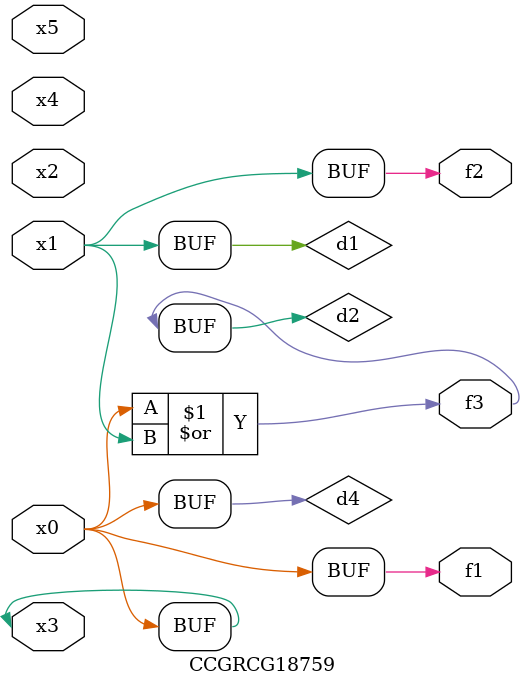
<source format=v>
module CCGRCG18759(
	input x0, x1, x2, x3, x4, x5,
	output f1, f2, f3
);

	wire d1, d2, d3, d4;

	and (d1, x1);
	or (d2, x0, x1);
	nand (d3, x0, x5);
	buf (d4, x0, x3);
	assign f1 = d4;
	assign f2 = d1;
	assign f3 = d2;
endmodule

</source>
